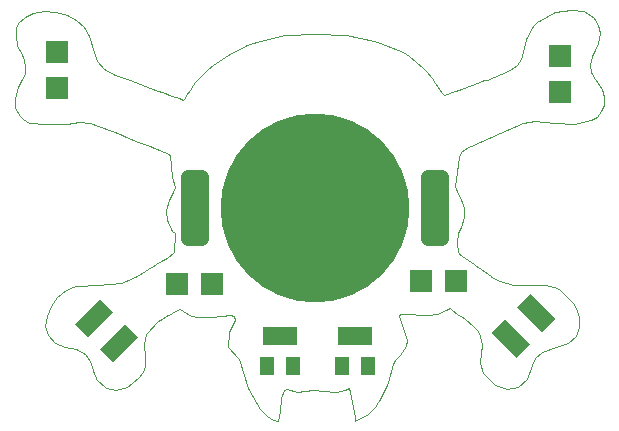
<source format=gbs>
G75*
G70*
%OFA0B0*%
%FSLAX24Y24*%
%IPPOS*%
%LPD*%
%AMOC8*
5,1,8,0,0,1.08239X$1,22.5*
%
%ADD10C,0.0010*%
%ADD11R,0.1142X0.0591*%
%ADD12R,0.0512X0.0591*%
%ADD13R,0.0631X0.1182*%
%ADD14R,0.0749X0.0749*%
%ADD15C,0.0473*%
%ADD16C,0.0395*%
%ADD17C,0.6299*%
D10*
X002813Y001666D02*
X002773Y001794D01*
X002677Y002095D01*
X002502Y002332D01*
X002202Y002485D01*
X001841Y002565D01*
X001498Y002704D01*
X001254Y002972D01*
X001179Y003262D01*
X001215Y003596D01*
X001351Y003934D01*
X001577Y004233D01*
X001868Y004458D01*
X002112Y004565D01*
X002191Y004598D01*
X002926Y004644D01*
X003693Y004687D01*
X003862Y004749D01*
X004222Y004936D01*
X004496Y005090D01*
X004609Y005166D01*
X004763Y005259D01*
X004822Y005299D01*
X004868Y005336D01*
X005046Y005430D01*
X005230Y005537D01*
X005472Y005723D01*
X005486Y006356D01*
X005413Y006444D01*
X005245Y006806D01*
X005202Y007130D01*
X005293Y007457D01*
X005432Y007739D01*
X005482Y007896D01*
X005390Y008224D01*
X005347Y008635D01*
X005334Y008922D01*
X005287Y009005D01*
X004974Y009138D01*
X004888Y009162D01*
X004802Y009186D01*
X004651Y009252D01*
X004472Y009334D01*
X004358Y009372D01*
X004248Y009408D01*
X003876Y009570D01*
X003666Y009655D01*
X003044Y009898D01*
X002939Y009935D01*
X002648Y010029D01*
X002287Y010048D01*
X001893Y010008D01*
X001223Y009993D01*
X000645Y010024D01*
X000436Y010150D01*
X000318Y010268D01*
X000160Y010544D01*
X000160Y010859D01*
X000258Y011216D01*
X000389Y011507D01*
X000483Y011671D01*
X000513Y011894D01*
X000480Y012135D01*
X000348Y012387D01*
X000277Y012532D01*
X000231Y012631D01*
X000185Y012959D01*
X000197Y013204D01*
X000274Y013356D01*
X000482Y013566D01*
X000771Y013702D01*
X001127Y013758D01*
X001538Y013733D01*
X001895Y013635D01*
X002203Y013466D01*
X002455Y013230D01*
X002641Y012933D01*
X002800Y012402D01*
X002897Y012091D01*
X003125Y011827D01*
X003512Y011631D01*
X004008Y011447D01*
X004657Y011208D01*
X004757Y011157D01*
X004821Y011132D01*
X004944Y011093D01*
X005077Y011054D01*
X005150Y011027D01*
X005231Y011001D01*
X005295Y010978D01*
X005393Y010928D01*
X005630Y010848D01*
X005767Y010795D01*
X005820Y010869D01*
X005873Y010961D01*
X005991Y011132D01*
X006109Y011303D01*
X006172Y011390D01*
X006351Y011605D01*
X006583Y011837D01*
X006753Y011968D01*
X007260Y012293D01*
X007909Y012615D01*
X008087Y012691D01*
X008226Y012735D01*
X008324Y012767D01*
X009156Y012964D01*
X010180Y013012D01*
X011206Y012977D01*
X012138Y012763D01*
X012335Y012697D01*
X013097Y012382D01*
X013290Y012275D01*
X013780Y011855D01*
X013859Y011763D01*
X014047Y011532D01*
X014173Y011368D01*
X014388Y011033D01*
X014453Y010974D01*
X014822Y011094D01*
X014954Y011132D01*
X015029Y011154D01*
X015383Y011291D01*
X015720Y011426D01*
X015800Y011447D01*
X015896Y011472D01*
X016367Y011651D01*
X016659Y011781D01*
X016883Y011952D01*
X017033Y012155D01*
X017099Y012384D01*
X017201Y012839D01*
X017433Y013255D01*
X017583Y013417D01*
X017615Y013442D01*
X018154Y013746D01*
X018691Y013803D01*
X019126Y013748D01*
X019480Y013521D01*
X019611Y013288D01*
X019663Y013037D01*
X019606Y012689D01*
X019502Y012471D01*
X019390Y012276D01*
X019336Y011979D01*
X019363Y011724D01*
X019483Y011489D01*
X019733Y011158D01*
X019795Y010880D01*
X019796Y010645D01*
X019703Y010437D01*
X019562Y010240D01*
X019349Y010119D01*
X018813Y009990D01*
X018167Y010026D01*
X017484Y010100D01*
X017101Y010043D01*
X016315Y009686D01*
X016026Y009555D01*
X015374Y009252D01*
X015262Y009214D01*
X015225Y009190D01*
X015152Y009149D01*
X015017Y009079D01*
X014977Y008901D01*
X014867Y008148D01*
X014832Y007931D01*
X014860Y007829D01*
X015071Y007401D01*
X015124Y007204D01*
X015133Y006899D01*
X015037Y006559D01*
X014927Y006347D01*
X014904Y006022D01*
X014915Y005757D01*
X014959Y005664D01*
X015028Y005615D01*
X015075Y005588D01*
X015454Y005324D01*
X015514Y005274D01*
X015541Y005247D01*
X015600Y005221D01*
X016014Y004932D01*
X016039Y004911D01*
X016314Y004773D01*
X016748Y004638D01*
X017208Y004633D01*
X017867Y004634D01*
X018220Y004522D01*
X018320Y004473D01*
X018773Y004029D01*
X018861Y003862D01*
X018953Y003567D01*
X018972Y003242D01*
X018856Y002935D01*
X018613Y002702D01*
X018181Y002567D01*
X017717Y002397D01*
X017510Y002202D01*
X017402Y001950D01*
X017233Y001483D01*
X016935Y001225D01*
X016550Y001159D01*
X016172Y001301D01*
X015763Y001703D01*
X015651Y002021D01*
X015685Y002370D01*
X015721Y002637D01*
X015667Y002937D01*
X015588Y003106D01*
X015437Y003277D01*
X015114Y003520D01*
X014891Y003659D01*
X014744Y003794D01*
X014670Y003862D01*
X014534Y003795D01*
X014228Y003671D01*
X013911Y003624D01*
X013123Y003650D01*
X013000Y003647D01*
X012970Y003600D01*
X013085Y003193D01*
X013216Y002784D01*
X013200Y002599D01*
X012986Y002299D01*
X012835Y002131D01*
X012779Y001996D01*
X012603Y001393D01*
X012571Y001309D01*
X012344Y000827D01*
X012281Y000754D01*
X012256Y000727D01*
X012151Y000558D01*
X011883Y000302D01*
X011582Y000150D01*
X011499Y000111D01*
X011486Y000226D01*
X011362Y000907D01*
X011336Y001069D01*
X011312Y001187D01*
X011174Y001143D01*
X010865Y001073D01*
X010477Y001109D01*
X010094Y001124D01*
X009579Y001077D01*
X009241Y001154D01*
X009144Y001133D01*
X009041Y000859D01*
X008983Y000420D01*
X008940Y000111D01*
X008775Y000133D01*
X008776Y000134D01*
X008552Y000266D01*
X008342Y000482D01*
X007943Y001194D01*
X007633Y002164D01*
X007612Y002201D01*
X007251Y002578D01*
X007295Y003068D01*
X007403Y003269D01*
X007489Y003463D01*
X007459Y003587D01*
X007316Y003636D01*
X007066Y003606D01*
X006650Y003550D01*
X006280Y003566D01*
X006038Y003611D01*
X005924Y003662D01*
X005868Y003698D01*
X005750Y003769D01*
X005657Y003841D01*
X005483Y003750D01*
X005300Y003639D01*
X005256Y003619D01*
X005186Y003586D01*
X005059Y003506D01*
X004914Y003428D01*
X004518Y003011D01*
X004459Y002670D01*
X004491Y002257D01*
X004497Y001932D01*
X004420Y001723D01*
X004258Y001522D01*
X003889Y001220D01*
X003521Y001124D01*
X003189Y001208D01*
X002877Y001510D01*
X002852Y001566D01*
X002813Y001666D01*
D11*
X009001Y002943D03*
X011481Y002943D03*
D12*
X011048Y001919D03*
X011914Y001919D03*
X009434Y001919D03*
X008568Y001919D03*
D13*
G36*
X003835Y003337D02*
X004280Y002892D01*
X003445Y002057D01*
X003000Y002502D01*
X003835Y003337D01*
G37*
G36*
X003000Y004172D02*
X003445Y003727D01*
X002610Y002892D01*
X002165Y003337D01*
X003000Y004172D01*
G37*
G36*
X016066Y003046D02*
X016511Y003491D01*
X017346Y002656D01*
X016901Y002211D01*
X016066Y003046D01*
G37*
G36*
X016902Y003882D02*
X017347Y004327D01*
X018182Y003492D01*
X017737Y003047D01*
X016902Y003882D01*
G37*
D14*
X014878Y004754D03*
X013698Y004754D03*
X006742Y004647D03*
X005561Y004647D03*
X001561Y011201D03*
X001561Y012381D03*
X018346Y012250D03*
X018346Y011070D03*
D15*
X013923Y008231D02*
X013923Y006163D01*
X013923Y008231D02*
X014397Y008231D01*
X014397Y006163D01*
X013923Y006163D01*
X013923Y006635D02*
X014397Y006635D01*
X014397Y007107D02*
X013923Y007107D01*
X013923Y007579D02*
X014397Y007579D01*
X014397Y008051D02*
X013923Y008051D01*
X005923Y008231D02*
X005923Y006163D01*
X005923Y008231D02*
X006397Y008231D01*
X006397Y006163D01*
X005923Y006163D01*
X005923Y006635D02*
X006397Y006635D01*
X006397Y007107D02*
X005923Y007107D01*
X005923Y007579D02*
X006397Y007579D01*
X006397Y008051D02*
X005923Y008051D01*
D16*
X009587Y006999D02*
X010733Y006999D01*
X009587Y006999D02*
X009587Y007395D01*
X010733Y007395D01*
X010733Y006999D01*
X010733Y007393D02*
X009587Y007393D01*
D17*
X010160Y007197D03*
M02*

</source>
